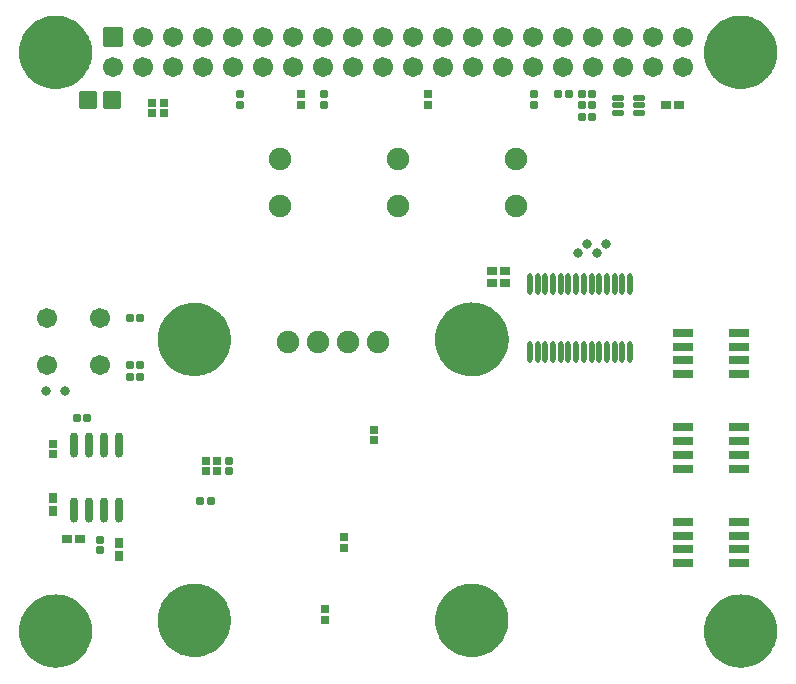
<source format=gts>
G04 Layer: TopSolderMaskLayer*
G04 EasyEDA v6.5.40, 2024-03-19 00:07:40*
G04 3cfb54e61b884618aacb5dd00d766781,92418ead495845dc98574c5a0a119f62,10*
G04 Gerber Generator version 0.2*
G04 Scale: 100 percent, Rotated: No, Reflected: No *
G04 Dimensions in millimeters *
G04 leading zeros omitted , absolute positions ,4 integer and 5 decimal *
%FSLAX45Y45*%
%MOMM*%

%AMMACRO1*1,1,$1,$2,$3*1,1,$1,$4,$5*1,1,$1,0-$2,0-$3*1,1,$1,0-$4,0-$5*20,1,$1,$2,$3,$4,$5,0*20,1,$1,$4,$5,0-$2,0-$3,0*20,1,$1,0-$2,0-$3,0-$4,0-$5,0*20,1,$1,0-$4,0-$5,$2,$3,0*4,1,4,$2,$3,$4,$5,0-$2,0-$3,0-$4,0-$5,$2,$3,0*%
%ADD10C,1.7016*%
%ADD11MACRO1,0.1016X-0.8X-0.8X0.8X-0.8*%
%ADD12MACRO1,0.1016X0.395X0.27X0.395X-0.27*%
%ADD13MACRO1,0.1016X-0.395X0.27X-0.395X-0.27*%
%ADD14R,0.6416X0.8917*%
%ADD15MACRO1,0.1016X-0.2828X-0.27X-0.2828X0.27*%
%ADD16MACRO1,0.1016X0.2828X-0.27X0.2828X0.27*%
%ADD17MACRO1,0.1016X-0.705X-0.675X-0.705X0.675*%
%ADD18MACRO1,0.1016X0.705X-0.675X0.705X0.675*%
%ADD19R,0.6416X0.6673*%
%ADD20MACRO1,0.1016X-0.8X0.3X0.8X0.3*%
%ADD21MACRO1,0.1016X-0.27X0.395X0.27X0.395*%
%ADD22MACRO1,0.1016X-0.27X-0.395X0.27X-0.395*%
%ADD23MACRO1,0.1016X-0.395X-0.27X-0.395X0.27*%
%ADD24MACRO1,0.1016X0.395X-0.27X0.395X0.27*%
%ADD25C,0.8382*%
%ADD26O,0.68961X2.1466048*%
%ADD27MACRO1,0.1016X-0.27X0.2828X0.27X0.2828*%
%ADD28MACRO1,0.1016X-0.27X-0.2828X0.27X-0.2828*%
%ADD29MACRO1,0.1016X0.2828X0.27X0.2828X-0.27*%
%ADD30MACRO1,0.1016X-0.2828X0.27X-0.2828X-0.27*%
%ADD31C,1.9016*%
%ADD32C,1.9000*%
%ADD33O,0.4446016X1.8330926000000003*%
%ADD34MACRO1,0.1016X0.45X0.2X0.45X-0.2*%
%ADD35C,0.0110*%

%LPD*%
G36*
X350012Y5560009D02*
G01*
X334060Y5559602D01*
X318109Y5558332D01*
X302310Y5556300D01*
X286613Y5553456D01*
X271068Y5549747D01*
X255727Y5545328D01*
X240639Y5540044D01*
X225856Y5534050D01*
X211378Y5527294D01*
X197307Y5519775D01*
X183642Y5511546D01*
X170383Y5502656D01*
X157632Y5493054D01*
X145338Y5482844D01*
X133654Y5471972D01*
X122478Y5460542D01*
X111963Y5448554D01*
X102057Y5436057D01*
X92811Y5423052D01*
X84226Y5409590D01*
X76352Y5395671D01*
X69240Y5381396D01*
X62839Y5366766D01*
X57200Y5351830D01*
X54660Y5344261D01*
X50241Y5328920D01*
X46532Y5313375D01*
X43688Y5297678D01*
X41656Y5281879D01*
X40386Y5265928D01*
X39979Y5249976D01*
X40386Y5234025D01*
X41656Y5218125D01*
X43688Y5202275D01*
X46532Y5186578D01*
X50241Y5171033D01*
X54660Y5155692D01*
X59943Y5140655D01*
X65938Y5125872D01*
X72694Y5111394D01*
X80213Y5097322D01*
X88442Y5083606D01*
X97332Y5070348D01*
X106933Y5057597D01*
X117144Y5045354D01*
X128016Y5033619D01*
X139446Y5022494D01*
X151434Y5011928D01*
X163931Y5002022D01*
X176936Y4992776D01*
X190398Y4984242D01*
X197307Y4980178D01*
X211378Y4972710D01*
X225856Y4965954D01*
X233222Y4962804D01*
X248158Y4957216D01*
X263347Y4952339D01*
X278790Y4948275D01*
X294436Y4945024D01*
X310184Y4942535D01*
X326085Y4940909D01*
X342036Y4940096D01*
X357987Y4940096D01*
X373938Y4940909D01*
X389788Y4942535D01*
X405587Y4945024D01*
X421182Y4948275D01*
X436626Y4952339D01*
X451866Y4957216D01*
X466801Y4962804D01*
X481431Y4969205D01*
X495706Y4976368D01*
X509574Y4984242D01*
X523036Y4992776D01*
X536041Y5002022D01*
X548589Y5011928D01*
X560578Y5022494D01*
X572008Y5033619D01*
X582828Y5045354D01*
X593090Y5057597D01*
X602640Y5070348D01*
X611581Y5083606D01*
X619810Y5097322D01*
X627278Y5111394D01*
X630783Y5118557D01*
X637184Y5133187D01*
X642772Y5148122D01*
X647649Y5163362D01*
X651713Y5178806D01*
X654964Y5194401D01*
X657453Y5210200D01*
X659079Y5226050D01*
X659892Y5242001D01*
X659892Y5257952D01*
X659079Y5273903D01*
X657453Y5289804D01*
X654964Y5305552D01*
X651713Y5321198D01*
X647649Y5336641D01*
X642772Y5351830D01*
X637184Y5366766D01*
X630783Y5381396D01*
X623620Y5395671D01*
X619810Y5402681D01*
X611581Y5416346D01*
X602640Y5429605D01*
X593090Y5442356D01*
X582828Y5454650D01*
X572008Y5466334D01*
X560578Y5477510D01*
X548589Y5488025D01*
X536041Y5497931D01*
X529640Y5502656D01*
X516382Y5511546D01*
X502666Y5519775D01*
X488594Y5527294D01*
X474116Y5534050D01*
X459333Y5540044D01*
X444296Y5545328D01*
X428955Y5549747D01*
X413410Y5553456D01*
X397713Y5556300D01*
X381863Y5558332D01*
X365963Y5559602D01*
G37*
G36*
X6150000Y5560009D02*
G01*
X6134049Y5559602D01*
X6118098Y5558332D01*
X6102299Y5556300D01*
X6086602Y5553456D01*
X6071057Y5549747D01*
X6055715Y5545328D01*
X6040628Y5540044D01*
X6025845Y5534050D01*
X6011367Y5527294D01*
X5997295Y5519775D01*
X5983630Y5511546D01*
X5970371Y5502656D01*
X5957620Y5493054D01*
X5945327Y5482844D01*
X5933643Y5471972D01*
X5922467Y5460542D01*
X5911951Y5448554D01*
X5902045Y5436057D01*
X5892800Y5423052D01*
X5884214Y5409590D01*
X5876340Y5395671D01*
X5869228Y5381396D01*
X5862828Y5366766D01*
X5857189Y5351830D01*
X5854649Y5344261D01*
X5850229Y5328920D01*
X5846521Y5313375D01*
X5843676Y5297678D01*
X5841644Y5281879D01*
X5840374Y5265928D01*
X5839968Y5249976D01*
X5840374Y5234025D01*
X5841644Y5218125D01*
X5843676Y5202275D01*
X5846521Y5186578D01*
X5850229Y5171033D01*
X5854649Y5155692D01*
X5859932Y5140655D01*
X5865926Y5125872D01*
X5872683Y5111394D01*
X5880201Y5097322D01*
X5888431Y5083606D01*
X5897321Y5070348D01*
X5906922Y5057597D01*
X5917133Y5045354D01*
X5928004Y5033619D01*
X5939434Y5022494D01*
X5951423Y5011928D01*
X5963920Y5002022D01*
X5976924Y4992776D01*
X5990386Y4984242D01*
X5997295Y4980178D01*
X6011367Y4972710D01*
X6025845Y4965954D01*
X6033211Y4962804D01*
X6048146Y4957216D01*
X6063335Y4952339D01*
X6078778Y4948275D01*
X6094425Y4945024D01*
X6110173Y4942535D01*
X6126073Y4940909D01*
X6142024Y4940096D01*
X6157976Y4940096D01*
X6173927Y4940909D01*
X6189776Y4942535D01*
X6205575Y4945024D01*
X6221171Y4948275D01*
X6236614Y4952339D01*
X6251854Y4957216D01*
X6266789Y4962804D01*
X6281420Y4969205D01*
X6295694Y4976368D01*
X6309563Y4984242D01*
X6323025Y4992776D01*
X6336030Y5002022D01*
X6348577Y5011928D01*
X6360566Y5022494D01*
X6371996Y5033619D01*
X6382816Y5045354D01*
X6393078Y5057597D01*
X6402628Y5070348D01*
X6411569Y5083606D01*
X6419799Y5097322D01*
X6427266Y5111394D01*
X6430772Y5118557D01*
X6437172Y5133187D01*
X6442760Y5148122D01*
X6447637Y5163362D01*
X6451701Y5178806D01*
X6454952Y5194401D01*
X6457442Y5210200D01*
X6459067Y5226050D01*
X6459880Y5242001D01*
X6459880Y5257952D01*
X6459067Y5273903D01*
X6457442Y5289804D01*
X6454952Y5305552D01*
X6451701Y5321198D01*
X6447637Y5336641D01*
X6442760Y5351830D01*
X6437172Y5366766D01*
X6430772Y5381396D01*
X6423609Y5395671D01*
X6419799Y5402681D01*
X6411569Y5416346D01*
X6402628Y5429605D01*
X6393078Y5442356D01*
X6382816Y5454650D01*
X6371996Y5466334D01*
X6360566Y5477510D01*
X6348577Y5488025D01*
X6336030Y5497931D01*
X6329629Y5502656D01*
X6316370Y5511546D01*
X6302654Y5519775D01*
X6288582Y5527294D01*
X6274104Y5534050D01*
X6259322Y5540044D01*
X6244285Y5545328D01*
X6228943Y5549747D01*
X6213398Y5553456D01*
X6197701Y5556300D01*
X6181852Y5558332D01*
X6165951Y5559602D01*
G37*
G36*
X350012Y659993D02*
G01*
X334060Y659587D01*
X318109Y658368D01*
X310184Y657453D01*
X294436Y654964D01*
X278790Y651713D01*
X263347Y647649D01*
X248158Y642772D01*
X233222Y637184D01*
X218592Y630783D01*
X204317Y623620D01*
X197307Y619810D01*
X183642Y611581D01*
X170383Y602640D01*
X157632Y593090D01*
X145338Y582828D01*
X133654Y572008D01*
X122478Y560578D01*
X111963Y548589D01*
X102057Y536041D01*
X97332Y529640D01*
X88442Y516382D01*
X80213Y502666D01*
X72694Y488594D01*
X65938Y474116D01*
X59943Y459333D01*
X54660Y444296D01*
X50241Y428955D01*
X46532Y413410D01*
X43688Y397713D01*
X41656Y381863D01*
X40386Y365963D01*
X39979Y350012D01*
X40386Y334060D01*
X41656Y318109D01*
X43688Y302310D01*
X46532Y286613D01*
X50241Y271068D01*
X54660Y255727D01*
X59943Y240639D01*
X65938Y225856D01*
X72694Y211378D01*
X80213Y197307D01*
X88442Y183642D01*
X97332Y170383D01*
X106933Y157632D01*
X117144Y145338D01*
X128016Y133654D01*
X139446Y122478D01*
X151434Y111963D01*
X163931Y102057D01*
X176936Y92811D01*
X190398Y84226D01*
X204317Y76352D01*
X218592Y69240D01*
X233222Y62839D01*
X248158Y57200D01*
X255727Y54660D01*
X271068Y50241D01*
X286613Y46532D01*
X302310Y43688D01*
X318109Y41656D01*
X334060Y40386D01*
X350012Y39979D01*
X365963Y40386D01*
X381863Y41656D01*
X397713Y43688D01*
X413410Y46532D01*
X428955Y50241D01*
X444296Y54660D01*
X459333Y59943D01*
X474116Y65938D01*
X488594Y72694D01*
X502666Y80213D01*
X516382Y88442D01*
X529640Y97332D01*
X542391Y106933D01*
X554634Y117144D01*
X566369Y128016D01*
X577494Y139446D01*
X588060Y151434D01*
X597966Y163931D01*
X607212Y176936D01*
X615746Y190398D01*
X619810Y197307D01*
X627278Y211378D01*
X634034Y225856D01*
X637184Y233222D01*
X642772Y248158D01*
X647649Y263347D01*
X651713Y278790D01*
X654964Y294436D01*
X657453Y310184D01*
X659079Y326085D01*
X659892Y342036D01*
X659892Y357987D01*
X659079Y373938D01*
X657453Y389788D01*
X654964Y405587D01*
X651713Y421182D01*
X647649Y436626D01*
X642772Y451866D01*
X637184Y466801D01*
X630783Y481431D01*
X623620Y495706D01*
X615746Y509574D01*
X607212Y523036D01*
X597966Y536041D01*
X588060Y548589D01*
X577494Y560578D01*
X566369Y572008D01*
X554634Y582828D01*
X542391Y593090D01*
X529640Y602640D01*
X516382Y611581D01*
X502666Y619810D01*
X488594Y627278D01*
X481431Y630783D01*
X466801Y637184D01*
X451866Y642772D01*
X436626Y647649D01*
X421182Y651713D01*
X405587Y654964D01*
X389788Y657453D01*
X373938Y659079D01*
X357987Y659892D01*
G37*
G36*
X6150000Y659993D02*
G01*
X6134049Y659587D01*
X6118098Y658368D01*
X6110173Y657453D01*
X6094425Y654964D01*
X6078778Y651713D01*
X6063335Y647649D01*
X6048146Y642772D01*
X6033211Y637184D01*
X6018580Y630783D01*
X6004306Y623620D01*
X5997295Y619810D01*
X5983630Y611581D01*
X5970371Y602640D01*
X5957620Y593090D01*
X5945327Y582828D01*
X5933643Y572008D01*
X5922467Y560578D01*
X5911951Y548589D01*
X5902045Y536041D01*
X5897321Y529640D01*
X5888431Y516382D01*
X5880201Y502666D01*
X5872683Y488594D01*
X5865926Y474116D01*
X5859932Y459333D01*
X5854649Y444296D01*
X5850229Y428955D01*
X5846521Y413410D01*
X5843676Y397713D01*
X5841644Y381863D01*
X5840374Y365963D01*
X5839968Y350012D01*
X5840374Y334060D01*
X5841644Y318109D01*
X5843676Y302310D01*
X5846521Y286613D01*
X5850229Y271068D01*
X5854649Y255727D01*
X5859932Y240639D01*
X5865926Y225856D01*
X5872683Y211378D01*
X5880201Y197307D01*
X5888431Y183642D01*
X5897321Y170383D01*
X5906922Y157632D01*
X5917133Y145338D01*
X5928004Y133654D01*
X5939434Y122478D01*
X5951423Y111963D01*
X5963920Y102057D01*
X5976924Y92811D01*
X5990386Y84226D01*
X6004306Y76352D01*
X6018580Y69240D01*
X6033211Y62839D01*
X6048146Y57200D01*
X6055715Y54660D01*
X6071057Y50241D01*
X6086602Y46532D01*
X6102299Y43688D01*
X6118098Y41656D01*
X6134049Y40386D01*
X6150000Y39979D01*
X6165951Y40386D01*
X6181852Y41656D01*
X6197701Y43688D01*
X6213398Y46532D01*
X6228943Y50241D01*
X6244285Y54660D01*
X6259322Y59943D01*
X6274104Y65938D01*
X6288582Y72694D01*
X6302654Y80213D01*
X6316370Y88442D01*
X6329629Y97332D01*
X6342380Y106933D01*
X6354622Y117144D01*
X6366357Y128016D01*
X6377482Y139446D01*
X6388049Y151434D01*
X6397955Y163931D01*
X6407200Y176936D01*
X6415735Y190398D01*
X6419799Y197307D01*
X6427266Y211378D01*
X6434023Y225856D01*
X6437172Y233222D01*
X6442760Y248158D01*
X6447637Y263347D01*
X6451701Y278790D01*
X6454952Y294436D01*
X6457442Y310184D01*
X6459067Y326085D01*
X6459880Y342036D01*
X6459880Y357987D01*
X6459067Y373938D01*
X6457442Y389788D01*
X6454952Y405587D01*
X6451701Y421182D01*
X6447637Y436626D01*
X6442760Y451866D01*
X6437172Y466801D01*
X6430772Y481431D01*
X6423609Y495706D01*
X6415735Y509574D01*
X6407200Y523036D01*
X6397955Y536041D01*
X6388049Y548589D01*
X6377482Y560578D01*
X6366357Y572008D01*
X6354622Y582828D01*
X6342380Y593090D01*
X6329629Y602640D01*
X6316370Y611581D01*
X6302654Y619810D01*
X6288582Y627278D01*
X6281420Y630783D01*
X6266789Y637184D01*
X6251854Y642772D01*
X6236614Y647649D01*
X6221171Y651713D01*
X6205575Y654964D01*
X6189776Y657453D01*
X6173927Y659079D01*
X6157976Y659892D01*
G37*
G36*
X1524000Y3129381D02*
G01*
X1508048Y3128975D01*
X1492148Y3127756D01*
X1476298Y3125724D01*
X1460601Y3122828D01*
X1445056Y3119170D01*
X1429715Y3114700D01*
X1422146Y3112211D01*
X1407210Y3106572D01*
X1392580Y3100171D01*
X1378305Y3093008D01*
X1364437Y3085185D01*
X1350924Y3076600D01*
X1337919Y3067354D01*
X1325422Y3057448D01*
X1319326Y3052267D01*
X1307642Y3041396D01*
X1296517Y3029966D01*
X1285951Y3017977D01*
X1276045Y3005480D01*
X1266799Y2992424D01*
X1258214Y2978962D01*
X1250391Y2965094D01*
X1243228Y2950819D01*
X1236827Y2936189D01*
X1231188Y2921254D01*
X1226362Y2906014D01*
X1222298Y2890621D01*
X1218996Y2874975D01*
X1216558Y2859176D01*
X1214932Y2843326D01*
X1214120Y2827375D01*
X1214120Y2811424D01*
X1214932Y2795473D01*
X1216558Y2779572D01*
X1218996Y2763824D01*
X1222298Y2748178D01*
X1226362Y2732735D01*
X1231188Y2717546D01*
X1236827Y2702610D01*
X1243228Y2687980D01*
X1250391Y2673705D01*
X1258214Y2659786D01*
X1266799Y2646324D01*
X1276045Y2633319D01*
X1285951Y2620822D01*
X1291132Y2614726D01*
X1302004Y2603042D01*
X1313434Y2591866D01*
X1325422Y2581351D01*
X1337919Y2571445D01*
X1350924Y2562199D01*
X1364437Y2553614D01*
X1378305Y2545740D01*
X1392580Y2538628D01*
X1407210Y2532227D01*
X1422146Y2526588D01*
X1437335Y2521762D01*
X1452778Y2517698D01*
X1468424Y2514396D01*
X1484172Y2511958D01*
X1500073Y2510332D01*
X1516024Y2509520D01*
X1531975Y2509520D01*
X1547926Y2510332D01*
X1563776Y2511958D01*
X1579575Y2514396D01*
X1595221Y2517698D01*
X1610614Y2521762D01*
X1625854Y2526588D01*
X1640789Y2532227D01*
X1655419Y2538628D01*
X1669694Y2545740D01*
X1683562Y2553614D01*
X1697075Y2562199D01*
X1710080Y2571445D01*
X1722577Y2581351D01*
X1734566Y2591866D01*
X1745996Y2603042D01*
X1756867Y2614726D01*
X1767078Y2627020D01*
X1776679Y2639771D01*
X1785569Y2653030D01*
X1793798Y2666695D01*
X1801266Y2680817D01*
X1808073Y2695244D01*
X1814068Y2710027D01*
X1816811Y2717546D01*
X1821637Y2732735D01*
X1825701Y2748178D01*
X1828952Y2763824D01*
X1831441Y2779572D01*
X1833067Y2795473D01*
X1833880Y2811424D01*
X1833880Y2827375D01*
X1833067Y2843326D01*
X1831441Y2859176D01*
X1830324Y2867101D01*
X1827428Y2882798D01*
X1823770Y2898343D01*
X1819300Y2913684D01*
X1816811Y2921254D01*
X1811172Y2936189D01*
X1804771Y2950819D01*
X1797608Y2965094D01*
X1789785Y2978962D01*
X1781200Y2992424D01*
X1771954Y3005480D01*
X1762048Y3017977D01*
X1751482Y3029966D01*
X1740357Y3041396D01*
X1728622Y3052267D01*
X1716379Y3062478D01*
X1703628Y3072028D01*
X1690370Y3080969D01*
X1676704Y3089198D01*
X1662582Y3096666D01*
X1648155Y3103473D01*
X1633372Y3109468D01*
X1625854Y3112211D01*
X1610614Y3117037D01*
X1595221Y3121101D01*
X1579575Y3124352D01*
X1571701Y3125724D01*
X1555851Y3127756D01*
X1539951Y3128975D01*
G37*
G36*
X3873500Y750976D02*
G01*
X3857548Y750570D01*
X3841597Y749350D01*
X3825798Y747318D01*
X3817924Y745998D01*
X3802278Y742696D01*
X3786835Y738632D01*
X3771646Y733806D01*
X3756710Y728167D01*
X3742080Y721766D01*
X3727805Y714654D01*
X3713886Y706780D01*
X3700424Y698195D01*
X3687419Y688949D01*
X3674922Y679043D01*
X3662934Y668528D01*
X3651504Y657352D01*
X3640632Y645668D01*
X3630422Y633374D01*
X3620820Y620623D01*
X3611930Y607364D01*
X3603701Y593699D01*
X3596182Y579577D01*
X3589426Y565150D01*
X3583432Y550367D01*
X3580688Y542848D01*
X3575862Y527659D01*
X3571798Y512216D01*
X3568496Y496570D01*
X3566058Y480822D01*
X3564432Y464921D01*
X3563620Y448970D01*
X3563620Y433019D01*
X3564432Y417068D01*
X3566058Y401218D01*
X3568496Y385419D01*
X3571798Y369773D01*
X3575862Y354380D01*
X3580688Y339140D01*
X3586327Y324205D01*
X3592728Y309575D01*
X3599840Y295300D01*
X3607714Y281432D01*
X3616299Y267970D01*
X3625545Y254914D01*
X3635451Y242417D01*
X3645966Y230428D01*
X3657142Y218998D01*
X3668826Y208127D01*
X3681120Y197916D01*
X3693871Y188366D01*
X3707129Y179425D01*
X3720795Y171196D01*
X3734917Y163728D01*
X3749344Y156921D01*
X3764127Y150926D01*
X3771646Y148183D01*
X3786835Y143357D01*
X3802278Y139293D01*
X3817924Y136042D01*
X3833672Y133553D01*
X3849573Y131927D01*
X3865524Y131114D01*
X3881475Y131114D01*
X3897426Y131927D01*
X3913276Y133553D01*
X3921201Y134670D01*
X3936898Y137566D01*
X3952443Y141224D01*
X3967784Y145694D01*
X3975354Y148183D01*
X3990289Y153822D01*
X4004919Y160223D01*
X4019194Y167386D01*
X4033062Y175209D01*
X4046524Y183794D01*
X4059580Y193040D01*
X4072077Y202946D01*
X4084065Y213512D01*
X4095496Y224637D01*
X4106367Y236372D01*
X4116578Y248615D01*
X4126128Y261366D01*
X4135069Y274624D01*
X4143298Y288290D01*
X4150766Y302412D01*
X4157573Y316839D01*
X4163568Y331622D01*
X4168800Y346710D01*
X4173270Y362051D01*
X4176928Y377596D01*
X4179824Y393293D01*
X4181856Y409143D01*
X4183075Y425043D01*
X4183481Y440994D01*
X4183075Y456946D01*
X4181856Y472897D01*
X4179824Y488696D01*
X4176928Y504393D01*
X4173270Y519938D01*
X4168800Y535279D01*
X4163568Y550367D01*
X4157573Y565150D01*
X4150766Y579577D01*
X4143298Y593699D01*
X4135069Y607364D01*
X4126128Y620623D01*
X4116578Y633374D01*
X4106367Y645668D01*
X4095496Y657352D01*
X4084065Y668528D01*
X4072077Y679043D01*
X4059580Y688949D01*
X4046524Y698195D01*
X4033062Y706780D01*
X4019194Y714654D01*
X4004919Y721766D01*
X3990289Y728167D01*
X3975354Y733806D01*
X3960114Y738632D01*
X3944670Y742696D01*
X3929075Y745998D01*
X3913276Y748436D01*
X3897426Y750062D01*
X3881475Y750874D01*
G37*
G36*
X1524000Y750976D02*
G01*
X1508048Y750570D01*
X1492148Y749350D01*
X1476298Y747318D01*
X1468424Y745998D01*
X1452778Y742696D01*
X1437335Y738632D01*
X1422146Y733806D01*
X1407210Y728167D01*
X1392580Y721766D01*
X1378305Y714654D01*
X1364437Y706780D01*
X1350924Y698195D01*
X1337919Y688949D01*
X1325422Y679043D01*
X1313434Y668528D01*
X1302004Y657352D01*
X1291132Y645668D01*
X1280922Y633374D01*
X1271320Y620623D01*
X1262430Y607364D01*
X1254201Y593699D01*
X1246682Y579577D01*
X1239926Y565150D01*
X1233932Y550367D01*
X1231188Y542848D01*
X1226362Y527659D01*
X1222298Y512216D01*
X1218996Y496570D01*
X1216558Y480822D01*
X1214932Y464921D01*
X1214120Y448970D01*
X1214120Y433019D01*
X1214932Y417068D01*
X1216558Y401218D01*
X1218996Y385419D01*
X1222298Y369773D01*
X1226362Y354380D01*
X1231188Y339140D01*
X1236827Y324205D01*
X1243228Y309575D01*
X1250391Y295300D01*
X1258214Y281432D01*
X1266799Y267970D01*
X1276045Y254914D01*
X1285951Y242417D01*
X1296517Y230428D01*
X1307642Y218998D01*
X1319326Y208127D01*
X1331620Y197916D01*
X1344371Y188366D01*
X1357630Y179425D01*
X1371295Y171196D01*
X1385417Y163728D01*
X1399844Y156921D01*
X1414627Y150926D01*
X1422146Y148183D01*
X1437335Y143357D01*
X1452778Y139293D01*
X1468424Y136042D01*
X1484172Y133553D01*
X1500073Y131927D01*
X1516024Y131114D01*
X1531975Y131114D01*
X1547926Y131927D01*
X1563776Y133553D01*
X1571701Y134670D01*
X1587398Y137566D01*
X1602943Y141224D01*
X1618284Y145694D01*
X1625854Y148183D01*
X1640789Y153822D01*
X1655419Y160223D01*
X1669694Y167386D01*
X1683562Y175209D01*
X1697075Y183794D01*
X1710080Y193040D01*
X1722577Y202946D01*
X1734566Y213512D01*
X1745996Y224637D01*
X1756867Y236372D01*
X1767078Y248615D01*
X1776679Y261366D01*
X1785569Y274624D01*
X1793798Y288290D01*
X1801266Y302412D01*
X1808073Y316839D01*
X1814068Y331622D01*
X1816811Y339140D01*
X1821637Y354380D01*
X1825701Y369773D01*
X1828952Y385419D01*
X1830324Y393293D01*
X1832356Y409143D01*
X1833575Y425043D01*
X1833981Y440994D01*
X1833575Y456946D01*
X1832356Y472897D01*
X1830324Y488696D01*
X1827428Y504393D01*
X1823770Y519938D01*
X1819300Y535279D01*
X1816811Y542848D01*
X1811172Y557784D01*
X1804771Y572414D01*
X1797608Y586689D01*
X1789785Y600608D01*
X1781200Y614070D01*
X1771954Y627075D01*
X1762048Y639572D01*
X1756867Y645668D01*
X1745996Y657352D01*
X1734566Y668528D01*
X1722577Y679043D01*
X1710080Y688949D01*
X1697075Y698195D01*
X1683562Y706780D01*
X1669694Y714654D01*
X1655419Y721766D01*
X1640789Y728167D01*
X1625854Y733806D01*
X1610614Y738632D01*
X1595221Y742696D01*
X1579575Y745998D01*
X1563776Y748436D01*
X1547926Y750062D01*
X1531975Y750874D01*
G37*
G36*
X3869486Y3132074D02*
G01*
X3853535Y3131464D01*
X3837635Y3130042D01*
X3821836Y3127806D01*
X3806139Y3124758D01*
X3790645Y3120898D01*
X3782974Y3118713D01*
X3767785Y3113684D01*
X3752900Y3107893D01*
X3738321Y3101390D01*
X3724097Y3094126D01*
X3710279Y3086100D01*
X3696868Y3077464D01*
X3683914Y3068066D01*
X3671468Y3058058D01*
X3659530Y3047441D01*
X3648201Y3036214D01*
X3637381Y3024428D01*
X3627272Y3012135D01*
X3617722Y2999282D01*
X3608882Y2986024D01*
X3600704Y2972257D01*
X3593236Y2958134D01*
X3586530Y2943656D01*
X3580587Y2928823D01*
X3575354Y2913735D01*
X3570935Y2898394D01*
X3567277Y2882849D01*
X3564432Y2867152D01*
X3562400Y2851302D01*
X3561181Y2835351D01*
X3560775Y2819400D01*
X3561181Y2803448D01*
X3562400Y2787497D01*
X3564432Y2771648D01*
X3567277Y2755950D01*
X3570935Y2740406D01*
X3575354Y2725064D01*
X3580587Y2709926D01*
X3586530Y2695143D01*
X3593236Y2680665D01*
X3600704Y2666542D01*
X3608882Y2652776D01*
X3617722Y2639517D01*
X3627272Y2626664D01*
X3637381Y2614371D01*
X3648201Y2602585D01*
X3659530Y2591358D01*
X3671468Y2580690D01*
X3683914Y2570683D01*
X3696868Y2561336D01*
X3710279Y2552649D01*
X3724097Y2544673D01*
X3738321Y2537409D01*
X3752900Y2530906D01*
X3767785Y2525115D01*
X3775354Y2522474D01*
X3790645Y2517851D01*
X3806139Y2514041D01*
X3821836Y2510993D01*
X3837635Y2508758D01*
X3853535Y2507335D01*
X3869486Y2506726D01*
X3885488Y2506929D01*
X3901389Y2507945D01*
X3917289Y2509774D01*
X3933037Y2512415D01*
X3948633Y2515870D01*
X3956354Y2517851D01*
X3971645Y2522474D01*
X3986682Y2527909D01*
X4001414Y2534056D01*
X4015790Y2540965D01*
X4029862Y2548585D01*
X4043476Y2556916D01*
X4056634Y2565958D01*
X4069334Y2575610D01*
X4075531Y2580690D01*
X4087418Y2591358D01*
X4098798Y2602585D01*
X4104284Y2608376D01*
X4114749Y2620416D01*
X4124604Y2633014D01*
X4133748Y2646070D01*
X4142282Y2659583D01*
X4150106Y2673553D01*
X4157167Y2687828D01*
X4163517Y2702509D01*
X4169105Y2717444D01*
X4173931Y2732684D01*
X4177944Y2748127D01*
X4181195Y2763774D01*
X4183634Y2779572D01*
X4185259Y2795473D01*
X4186072Y2811424D01*
X4186072Y2827375D01*
X4185259Y2843326D01*
X4183634Y2859227D01*
X4181195Y2875026D01*
X4177944Y2890621D01*
X4176064Y2898394D01*
X4171645Y2913735D01*
X4166412Y2928823D01*
X4160418Y2943656D01*
X4153712Y2958134D01*
X4146296Y2972257D01*
X4138117Y2986024D01*
X4129278Y2999282D01*
X4119727Y3012135D01*
X4109567Y3024428D01*
X4104284Y3030423D01*
X4093210Y3041904D01*
X4081526Y3052826D01*
X4069334Y3063138D01*
X4056634Y3072841D01*
X4043476Y3081883D01*
X4029862Y3090214D01*
X4015790Y3097834D01*
X4001414Y3104743D01*
X3986682Y3110890D01*
X3971645Y3116275D01*
X3964025Y3118713D01*
X3948633Y3122930D01*
X3933037Y3126384D01*
X3917289Y3129026D01*
X3901389Y3130854D01*
X3885488Y3131870D01*
G37*
D10*
G01*
X5663006Y5122976D03*
G01*
X5663006Y5376976D03*
G01*
X5409006Y5122976D03*
G01*
X5409006Y5376976D03*
G01*
X5155006Y5122976D03*
G01*
X5155006Y5376976D03*
G01*
X4901006Y5122976D03*
G01*
X4901006Y5376976D03*
G01*
X4647006Y5122976D03*
G01*
X4647006Y5376976D03*
G01*
X4393006Y5122976D03*
G01*
X4393006Y5376976D03*
G01*
X4139006Y5122976D03*
G01*
X4139006Y5376976D03*
G01*
X3885006Y5122976D03*
G01*
X3885006Y5376976D03*
G01*
X3631006Y5122976D03*
G01*
X3631006Y5376976D03*
G01*
X3377006Y5122976D03*
G01*
X3377006Y5376976D03*
G01*
X3123006Y5122976D03*
G01*
X3123006Y5376976D03*
G01*
X2869006Y5122976D03*
G01*
X2869006Y5376976D03*
G01*
X2615006Y5122976D03*
G01*
X2615006Y5376976D03*
G01*
X2361006Y5122976D03*
G01*
X2361006Y5376976D03*
G01*
X2107006Y5122976D03*
G01*
X2107006Y5376976D03*
G01*
X1853006Y5122976D03*
G01*
X1853006Y5376976D03*
G01*
X1599006Y5122976D03*
G01*
X1599006Y5376976D03*
G01*
X1345006Y5122976D03*
G01*
X1345006Y5376976D03*
G01*
X1091006Y5122976D03*
G01*
X1091006Y5376976D03*
G01*
X837006Y5122976D03*
D11*
G01*
X836993Y5376989D03*
D12*
G01*
X5520484Y4799990D03*
D13*
G01*
X5629495Y4799990D03*
D14*
G01*
X889990Y1094511D03*
G01*
X889990Y985494D03*
D15*
G01*
X1063280Y2599994D03*
D16*
G01*
X976715Y2599994D03*
D15*
G01*
X1068282Y2999993D03*
D16*
G01*
X981716Y2999993D03*
D17*
G01*
X825002Y4849990D03*
D18*
G01*
X624997Y4849990D03*
D19*
G01*
X2789986Y1143279D03*
G01*
X2789986Y1056716D03*
D20*
G01*
X5659986Y2873994D03*
G01*
X5659986Y2757995D03*
G01*
X5659986Y2641996D03*
G01*
X5659986Y2525994D03*
G01*
X6139987Y2525994D03*
G01*
X6139987Y2641996D03*
G01*
X6139987Y2757995D03*
G01*
X6139990Y2873994D03*
D21*
G01*
X329999Y1365491D03*
D22*
G01*
X329999Y1474503D03*
D23*
G01*
X554504Y1129997D03*
D24*
G01*
X445493Y1129997D03*
D10*
G01*
X724992Y2999994D03*
G01*
X275005Y2999994D03*
G01*
X724992Y2599994D03*
G01*
X275005Y2599994D03*
D25*
G01*
X270002Y2380005D03*
G01*
X429996Y2380005D03*
D26*
G01*
X890498Y1927225D03*
G01*
X763498Y1927225D03*
G01*
X636498Y1927225D03*
G01*
X509498Y1927225D03*
G01*
X890498Y1372743D03*
G01*
X763498Y1372743D03*
G01*
X636498Y1372743D03*
G01*
X509498Y1372743D03*
D19*
G01*
X2424988Y4893284D03*
G01*
X2424988Y4806695D03*
D27*
G01*
X4399991Y4806707D03*
D28*
G01*
X4399991Y4893273D03*
D29*
G01*
X4606707Y4899990D03*
D30*
G01*
X4693273Y4899990D03*
D19*
G01*
X3499993Y4893284D03*
G01*
X3499993Y4806695D03*
D27*
G01*
X1819996Y1706713D03*
D28*
G01*
X1819996Y1793279D03*
D29*
G01*
X1576713Y1449997D03*
D30*
G01*
X1663279Y1449997D03*
D19*
G01*
X1619986Y1793290D03*
G01*
X1619986Y1706702D03*
G01*
X1719986Y1793290D03*
G01*
X1719986Y1706702D03*
G01*
X3049981Y2053285D03*
G01*
X3049981Y1966721D03*
G01*
X2629992Y533272D03*
G01*
X2629992Y446709D03*
D29*
G01*
X4806707Y4699990D03*
D30*
G01*
X4893273Y4699990D03*
D15*
G01*
X4893273Y4899990D03*
D16*
G01*
X4806707Y4899990D03*
D29*
G01*
X4806707Y4799990D03*
D30*
G01*
X4893273Y4799990D03*
D29*
G01*
X976715Y2499994D03*
D30*
G01*
X1063280Y2499994D03*
D19*
G01*
X329996Y1933270D03*
G01*
X329996Y1846706D03*
D27*
G01*
X729998Y1036714D03*
D28*
G01*
X729998Y1123280D03*
D15*
G01*
X618280Y2149995D03*
D16*
G01*
X531714Y2149995D03*
D31*
G01*
X2250008Y4349978D03*
G01*
X2250008Y3949979D03*
G01*
X3250006Y4349978D03*
G01*
X3250006Y3949979D03*
G01*
X4250004Y4349978D03*
G01*
X4250004Y3949979D03*
D23*
G01*
X4154497Y3299993D03*
D24*
G01*
X4045485Y3299993D03*
D23*
G01*
X4154497Y3399993D03*
D24*
G01*
X4045485Y3399993D03*
D20*
G01*
X5659986Y1273997D03*
G01*
X5659986Y1157998D03*
G01*
X5659986Y1041999D03*
G01*
X5659986Y925997D03*
G01*
X6139987Y925997D03*
G01*
X6139987Y1041999D03*
G01*
X6139987Y1157998D03*
G01*
X6139990Y1273997D03*
G01*
X5659986Y2073996D03*
G01*
X5659986Y1957997D03*
G01*
X5659986Y1841997D03*
G01*
X5659986Y1725996D03*
G01*
X6139987Y1725996D03*
G01*
X6139987Y1841997D03*
G01*
X6139987Y1957997D03*
G01*
X6139990Y2073996D03*
D32*
G01*
X2318994Y2799969D03*
G01*
X2572994Y2799969D03*
G01*
X2826994Y2799969D03*
G01*
X3080994Y2799969D03*
D19*
G01*
X1170000Y4823282D03*
G01*
X1170000Y4736719D03*
G01*
X1270000Y4823282D03*
G01*
X1270000Y4736719D03*
D27*
G01*
X1909996Y4806707D03*
D28*
G01*
X1909996Y4893273D03*
D27*
G01*
X2624993Y4806707D03*
D28*
G01*
X2624993Y4893273D03*
D25*
G01*
X4769993Y3549954D03*
G01*
X4850002Y3629964D03*
G01*
X4929987Y3549954D03*
G01*
X5009997Y3629964D03*
D33*
G01*
X4367479Y2713405D03*
G01*
X4432477Y2713405D03*
G01*
X4497476Y2713405D03*
G01*
X4562475Y2713405D03*
G01*
X4627473Y2713405D03*
G01*
X4692472Y2713405D03*
G01*
X4757496Y2713405D03*
G01*
X4822494Y2713405D03*
G01*
X4887493Y2713405D03*
G01*
X4952491Y2713405D03*
G01*
X5017490Y2713405D03*
G01*
X5082489Y2713405D03*
G01*
X5147487Y2713405D03*
G01*
X5212486Y2713405D03*
G01*
X4367479Y3286556D03*
G01*
X4432477Y3286556D03*
G01*
X4497476Y3286556D03*
G01*
X4562475Y3286556D03*
G01*
X4627473Y3286556D03*
G01*
X4692472Y3286556D03*
G01*
X4757496Y3286556D03*
G01*
X4822494Y3286556D03*
G01*
X4887493Y3286556D03*
G01*
X4952491Y3286556D03*
G01*
X5017490Y3286556D03*
G01*
X5082489Y3286556D03*
G01*
X5147487Y3286556D03*
G01*
X5212486Y3286556D03*
D34*
G01*
X5109997Y4799990D03*
G01*
X5109997Y4734991D03*
G01*
X5289981Y4734991D03*
G01*
X5289981Y4799990D03*
G01*
X5289981Y4864989D03*
G01*
X5109997Y4864989D03*
M02*

</source>
